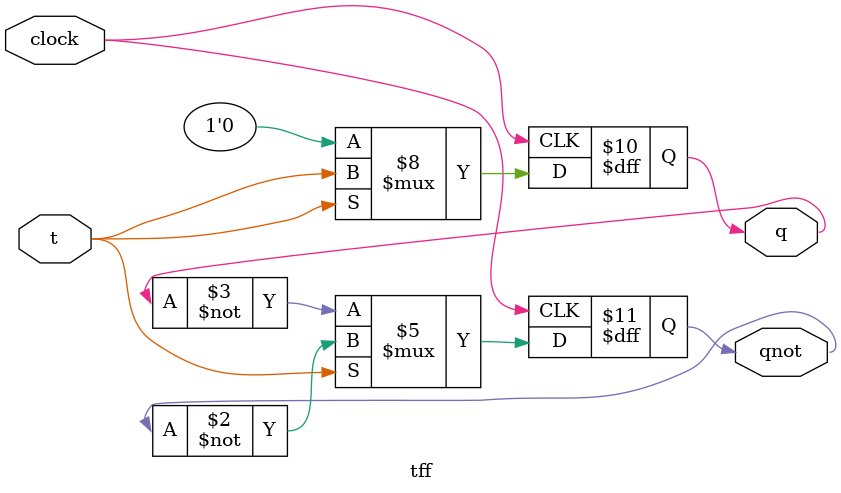
<source format=v>

`include "clock.v"

module dff(output q, output qnot, input d, input clk);
	reg q, qnot;
	always @ (posedge clk)
		begin
			q <= d;
			qnot <= ~d;
		end
endmodule //dff

module dff2(output q, output qnot, input d,
			input clk, input preset, input clear);
	reg q, qnot;
	
	always @(posedge clk or posedge clear or posedge preset)
		begin
			if(clear)
				begin
					q = 0;
					qnot = 1;
				end
			else if(preset)
				begin
					q = 1;
					qnot = 0;
				end
			else if(d)
				begin
					q <= 1;
					qnot <= 0;
				end
			else
				begin
					q <= 0;
					qnot <= 1;
				end
		end
endmodule //dff2

module srff(output q, output qnot,
				input s,input r, input clk);
	reg q, qnot;
	
	always @(posedge clk)
		begin
			if(s & ~r)
				begin
					q <= 1'b1;
					qnot <= 1'b0;
				end
			else if(~s & r)
				begin
					q <= 1'b0;
					qnot <= 1'b1;
				end
			else if(s & r)
				begin
					q <= 1'b0;
					qnot <= 1'b0;
				end
		end
endmodule //srff

module tff(output q, output qnot, input t,
			  input clock);
	reg q, qnot;
	
	always @( posedge clock )
		begin 
			if(t)
				begin
					q <= t;
					qnot = ~qnot;
				end
			else
				begin
					q <= 0;
					qnot <= ~q;
				end
		end 
endmodule //tff

/*module test;
	reg d, preset, clear;
	wire clk, q, qnot;
	clock clk1(clk);
	dff2 flip1(q,qnot,d,clk,preset,clear);
	initial begin
		$display("\nt d q qnot");
		d = 0;
		preset = 0;
		clear = 1;
		#1 clear = 0;
		#1 preset = 1;
		#1 preset = 0;
		#22 d = 1;
		#10 d = 0;
		#10 d = 1;
		#20 d = 0;
		#20 $finish;
	end
	
	always @(posedge clk)
		begin
			$display("%d %b %b %b",$time,d,q,qnot);
		end
endmodule*/
</source>
